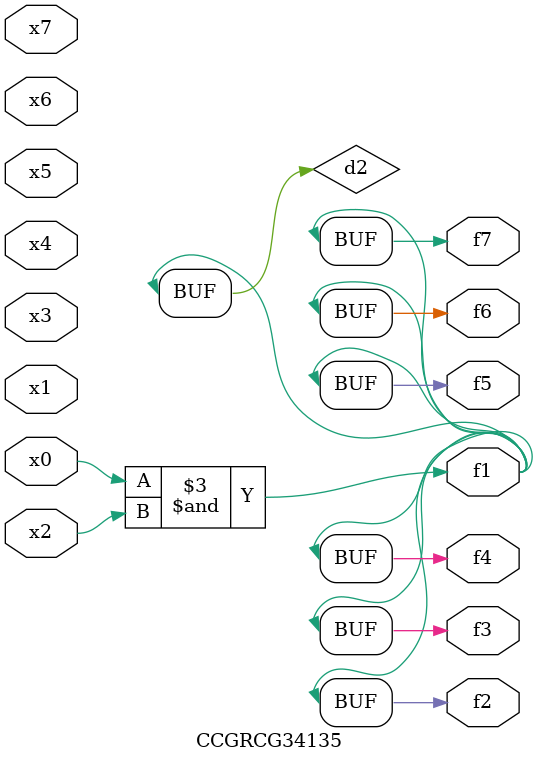
<source format=v>
module CCGRCG34135(
	input x0, x1, x2, x3, x4, x5, x6, x7,
	output f1, f2, f3, f4, f5, f6, f7
);

	wire d1, d2;

	nor (d1, x3, x6);
	and (d2, x0, x2);
	assign f1 = d2;
	assign f2 = d2;
	assign f3 = d2;
	assign f4 = d2;
	assign f5 = d2;
	assign f6 = d2;
	assign f7 = d2;
endmodule

</source>
